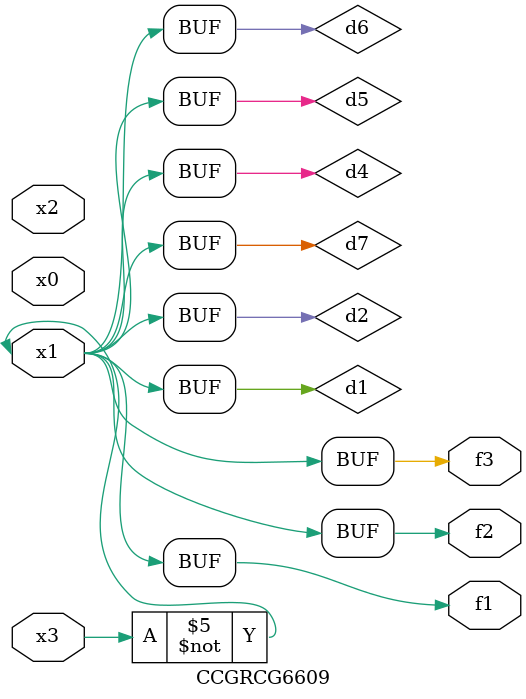
<source format=v>
module CCGRCG6609(
	input x0, x1, x2, x3,
	output f1, f2, f3
);

	wire d1, d2, d3, d4, d5, d6, d7;

	not (d1, x3);
	buf (d2, x1);
	xnor (d3, d1, d2);
	nor (d4, d1);
	buf (d5, d1, d2);
	buf (d6, d4, d5);
	nand (d7, d4);
	assign f1 = d6;
	assign f2 = d7;
	assign f3 = d6;
endmodule

</source>
